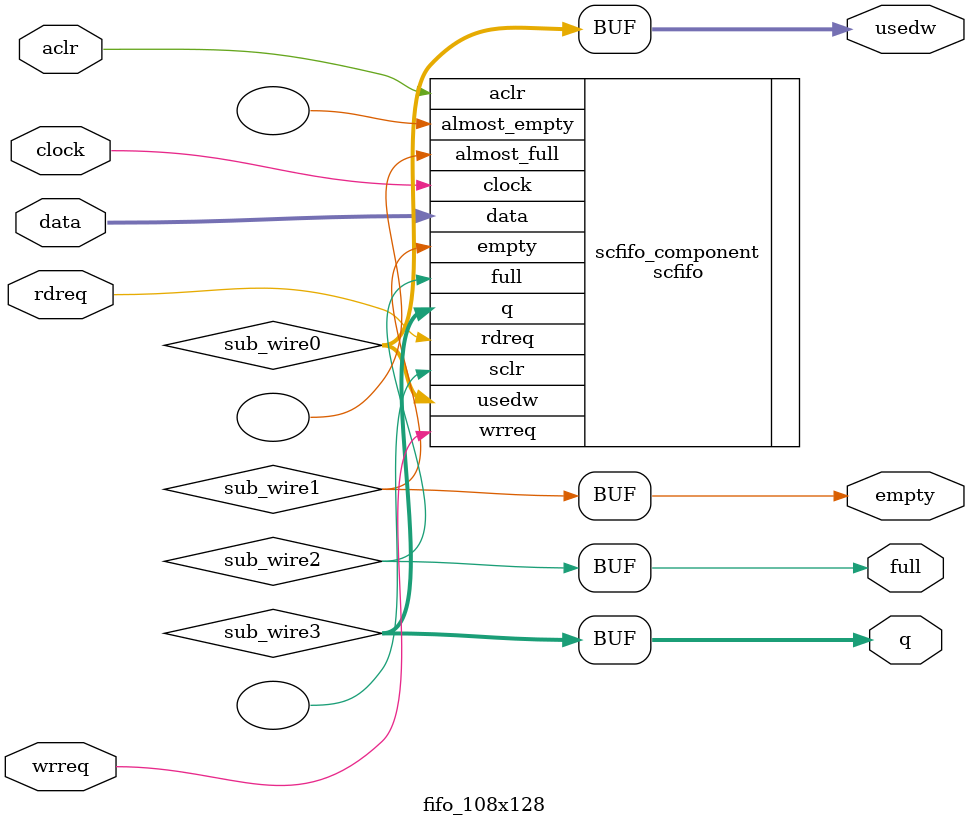
<source format=v>
module fifo_108x128 (
	aclr,
	clock,
	data,
	rdreq,
	wrreq,
	empty,
	full,
	q,
	usedw);
	input	  aclr;
	input	  clock;
	input	[107:0]  data;
	input	  rdreq;
	input	  wrreq;
	output	  empty;
	output	  full;
	output	[107:0]  q;
	output	[6:0]  usedw;
	wire [6:0] sub_wire0;
	wire  sub_wire1;
	wire  sub_wire2;
	wire [107:0] sub_wire3;
	wire [6:0] usedw = sub_wire0[6:0];
	wire  empty = sub_wire1;
	wire  full = sub_wire2;
	wire [107:0] q = sub_wire3[107:0];
	scfifo	scfifo_component (
				.clock (clock),
				.wrreq (wrreq),
				.aclr (aclr),
				.data (data),
				.rdreq (rdreq),
				.usedw (sub_wire0),
				.empty (sub_wire1),
				.full (sub_wire2),
				.q (sub_wire3),
				.almost_empty (),
				.almost_full (),
				.sclr ());
	defparam
		scfifo_component.add_ram_output_register = "OFF",
		scfifo_component.intended_device_family = "Arria II GX",
		scfifo_component.lpm_numwords = 128,
		scfifo_component.lpm_showahead = "OFF",
		scfifo_component.lpm_type = "scfifo",
		scfifo_component.lpm_width = 108,
		scfifo_component.lpm_widthu = 7,
		scfifo_component.overflow_checking = "OFF",
		scfifo_component.underflow_checking = "OFF",
		scfifo_component.use_eab = "ON";
endmodule
</source>
